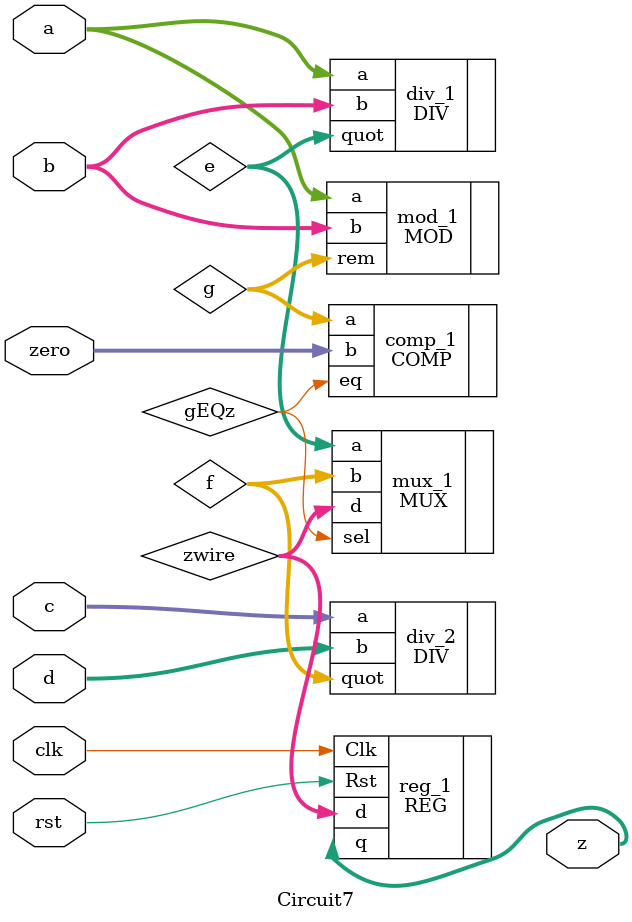
<source format=v>
`timescale 1ns / 1ps


module Circuit7(clk, rst, a, b, c, d, zero, z);
    input clk, rst;
    input [63:0] a, b, c, d, zero;
    output [63:0] z;
    
    wire [63:0] e, f, g, zwire;
    wire gEQz;
    
    DIV #(64) div_1 (
        .a(a),
        .b(b),
        .quot(e)
    );
    
    DIV #(64) div_2 (
        .a(c),
        .b(d),
        .quot(f)
    );
    
    MOD #(64) mod_1 (
        .a(a),
        .b(b),
        .rem(g)
    );
    
    COMP #(64) comp_1 (
        .a(g),
        .b(zero),
        .eq(gEQz)
    );
    
    MUX #(64) mux_1 (
        .a(e),
        .b(f),
        .sel(gEQz),
        .d(zwire)
    );
    
    REG #(64) reg_1 (
        .d(zwire),
        .Clk(clk),
        .Rst(rst),
        .q(z)
    );

endmodule

</source>
